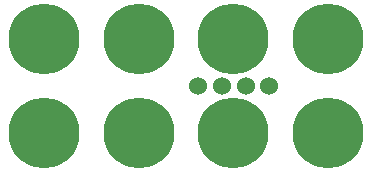
<source format=gbl>
%TF.GenerationSoftware,KiCad,Pcbnew,4.0.7-e2-6376~58~ubuntu16.04.1*%
%TF.CreationDate,2018-02-04T11:51:22-08:00*%
%TF.ProjectId,2x4-Grove-Sensor,3278342D47726F76652D53656E736F72,1.0*%
%TF.FileFunction,Copper,L2,Bot,Signal*%
%FSLAX46Y46*%
G04 Gerber Fmt 4.6, Leading zero omitted, Abs format (unit mm)*
G04 Created by KiCad (PCBNEW 4.0.7-e2-6376~58~ubuntu16.04.1) date Sun Feb  4 11:51:22 2018*
%MOMM*%
%LPD*%
G01*
G04 APERTURE LIST*
%ADD10C,0.350000*%
%ADD11C,1.524000*%
%ADD12C,6.000000*%
%ADD13C,0.350000*%
G04 APERTURE END LIST*
D10*
D11*
X81553800Y-57327800D03*
X83553800Y-57327800D03*
X85553800Y-57327800D03*
X87553800Y-57327800D03*
D12*
X92505800Y-61341000D03*
X84505800Y-61341000D03*
X76505800Y-61341000D03*
X68505800Y-61341000D03*
X68505800Y-53341000D03*
X76505800Y-53341000D03*
X84505800Y-53341000D03*
X92505800Y-53341000D03*
D13*
X81553800Y-57327800D03*
X83553800Y-57327800D03*
X85553800Y-57327800D03*
X87553800Y-57327800D03*
X92505800Y-61341000D03*
X84505800Y-61341000D03*
X76505800Y-61341000D03*
X68505800Y-61341000D03*
X68505800Y-53341000D03*
X76505800Y-53341000D03*
X84505800Y-53341000D03*
X92505800Y-53341000D03*
M02*

</source>
